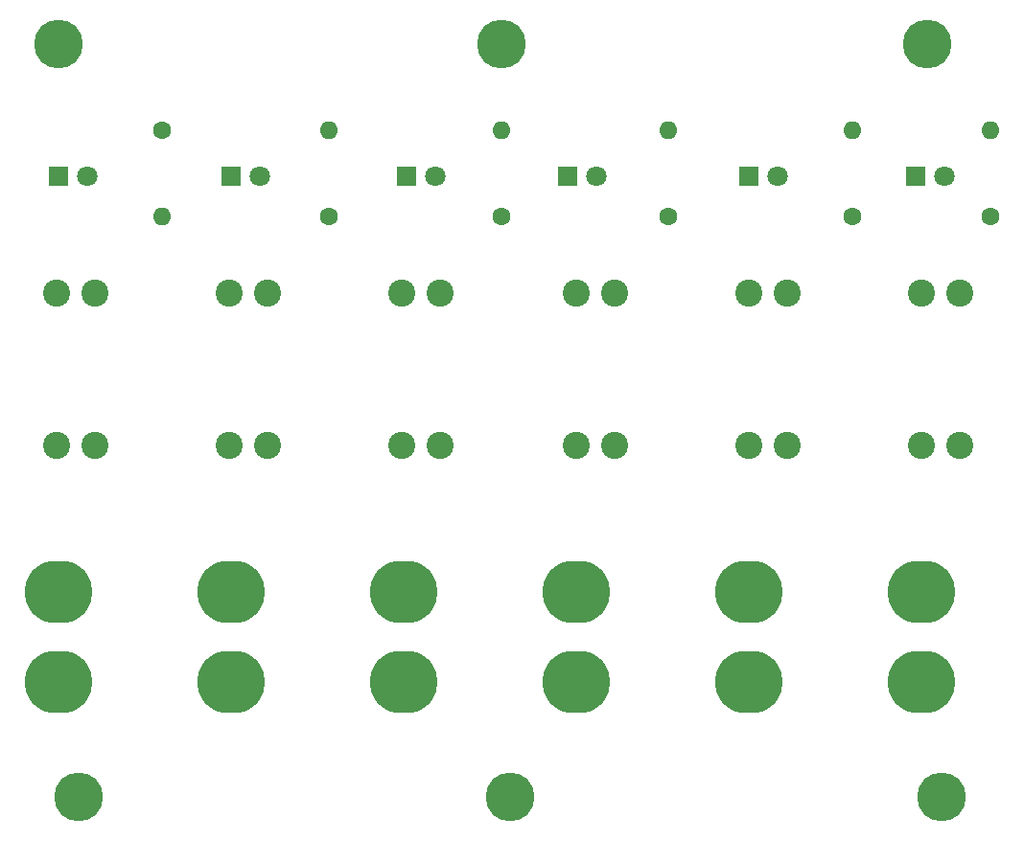
<source format=gts>
%TF.GenerationSoftware,KiCad,Pcbnew,8.0.8-2.fc41*%
%TF.CreationDate,2025-02-20T10:07:06+00:00*%
%TF.ProjectId,PowerPoleFused,506f7765-7250-46f6-9c65-46757365642e,rev?*%
%TF.SameCoordinates,Original*%
%TF.FileFunction,Soldermask,Top*%
%TF.FilePolarity,Negative*%
%FSLAX46Y46*%
G04 Gerber Fmt 4.6, Leading zero omitted, Abs format (unit mm)*
G04 Created by KiCad (PCBNEW 8.0.8-2.fc41) date 2025-02-20 10:07:06*
%MOMM*%
%LPD*%
G01*
G04 APERTURE LIST*
%ADD10R,1.800000X1.800000*%
%ADD11C,1.800000*%
%ADD12O,6.000000X5.500000*%
%ADD13O,1.600000X1.600000*%
%ADD14C,1.600000*%
%ADD15C,2.400000*%
%ADD16C,4.300000*%
G04 APERTURE END LIST*
D10*
%TO.C,D3*%
X85085000Y-50800000D03*
D11*
X87625000Y-50800000D03*
%TD*%
D12*
%TO.C,J3*%
X84836000Y-87604000D03*
X84836000Y-95504000D03*
%TD*%
D10*
%TO.C,D4*%
X99309000Y-50800000D03*
D11*
X101849000Y-50800000D03*
%TD*%
D10*
%TO.C,D1*%
X54356000Y-50800000D03*
D11*
X56896000Y-50800000D03*
%TD*%
D10*
%TO.C,D5*%
X115316000Y-50800000D03*
D11*
X117856000Y-50800000D03*
%TD*%
D12*
%TO.C,J2*%
X69596000Y-87604000D03*
X69596000Y-95504000D03*
%TD*%
D13*
%TO.C,R1*%
X63500000Y-54356000D03*
D14*
X63500000Y-46736000D03*
%TD*%
D10*
%TO.C,D6*%
X130048000Y-50800000D03*
D11*
X132588000Y-50800000D03*
%TD*%
D13*
%TO.C,R5*%
X124460000Y-46736000D03*
D14*
X124460000Y-54356000D03*
%TD*%
D13*
%TO.C,R2*%
X78232000Y-46736000D03*
D14*
X78232000Y-54356000D03*
%TD*%
D15*
%TO.C,F5*%
X115316000Y-61137800D03*
X118716000Y-61137800D03*
X118716000Y-74607800D03*
X115316000Y-74607800D03*
%TD*%
D13*
%TO.C,R3*%
X93472000Y-46736000D03*
D14*
X93472000Y-54356000D03*
%TD*%
D12*
%TO.C,J6*%
X130556000Y-87604000D03*
X130556000Y-95504000D03*
%TD*%
D16*
%TO.C,REF\u002A\u002A*%
X131064000Y-39116000D03*
%TD*%
%TO.C,REF\u002A\u002A*%
X54356000Y-39116000D03*
%TD*%
D12*
%TO.C,J4*%
X100076000Y-87604000D03*
X100076000Y-95504000D03*
%TD*%
D16*
%TO.C,REF\u002A\u002A*%
X56140500Y-105664000D03*
%TD*%
D15*
%TO.C,F2*%
X69437500Y-61137800D03*
X72837500Y-61137800D03*
X72837500Y-74607800D03*
X69437500Y-74607800D03*
%TD*%
D13*
%TO.C,R4*%
X108204000Y-46736000D03*
D14*
X108204000Y-54356000D03*
%TD*%
D16*
%TO.C,REF\u002A\u002A*%
X93472000Y-39116000D03*
%TD*%
D10*
%TO.C,D2*%
X69596000Y-50800000D03*
D11*
X72136000Y-50800000D03*
%TD*%
D13*
%TO.C,R6*%
X136652000Y-46736000D03*
D14*
X136652000Y-54356000D03*
%TD*%
D12*
%TO.C,J1*%
X54356000Y-87604000D03*
X54356000Y-95504000D03*
%TD*%
D16*
%TO.C,REF\u002A\u002A*%
X132340500Y-105664000D03*
%TD*%
%TO.C,REF\u002A\u002A*%
X94240500Y-105664000D03*
%TD*%
D12*
%TO.C,J5*%
X115316000Y-87604000D03*
X115316000Y-95504000D03*
%TD*%
D15*
%TO.C,F3*%
X84677500Y-61137800D03*
X88077500Y-61137800D03*
X88077500Y-74607800D03*
X84677500Y-74607800D03*
%TD*%
%TO.C,F4*%
X100054200Y-61137800D03*
X103454200Y-61137800D03*
X103454200Y-74607800D03*
X100054200Y-74607800D03*
%TD*%
%TO.C,F6*%
X130556000Y-61137800D03*
X133956000Y-61137800D03*
X133956000Y-74607800D03*
X130556000Y-74607800D03*
%TD*%
%TO.C,F1*%
X54197500Y-61137800D03*
X57597500Y-61137800D03*
X57597500Y-74607800D03*
X54197500Y-74607800D03*
%TD*%
M02*

</source>
